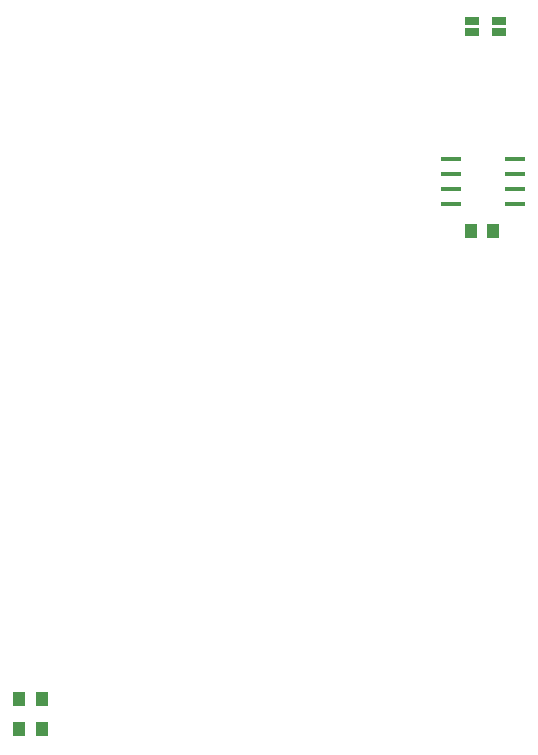
<source format=gbp>
G04 DipTrace 3.3.1.3*
G04 T4RA8875TouchShieldcastellatedV02.gbp*
%MOIN*%
G04 #@! TF.FileFunction,Paste,Bot*
G04 #@! TF.Part,Single*
%ADD41R,0.05X0.025*%
%ADD88R,0.07086X0.015742*%
%ADD122R,0.043301X0.051175*%
%FSLAX26Y26*%
G04*
G70*
G90*
G75*
G01*
G04 BotPaste*
%LPD*%
D122*
X2178700Y2410700D3*
X2253503D3*
X748700Y850700D3*
X673897D3*
X748700Y750700D3*
X673897D3*
D41*
X2183700Y3075700D3*
Y3111133D3*
X2273700Y3075700D3*
Y3111133D3*
D88*
X2113700Y2500700D3*
Y2550700D3*
Y2600700D3*
Y2650700D3*
X2326298D3*
Y2600700D3*
Y2550700D3*
Y2500700D3*
M02*

</source>
